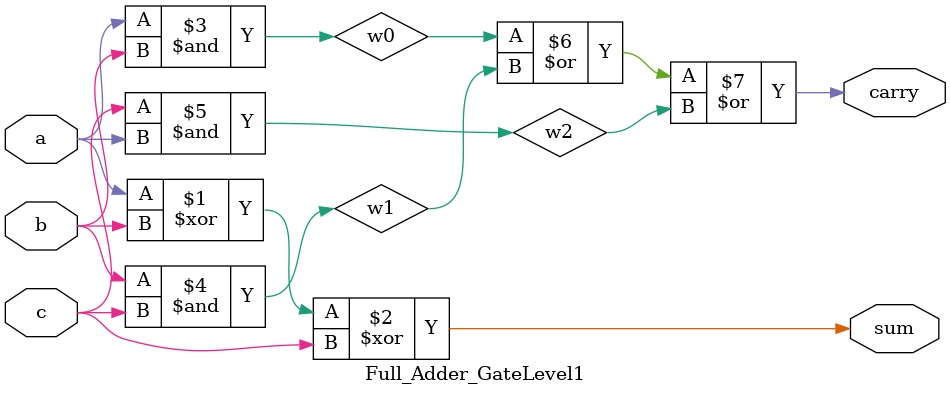
<source format=v>
module Full_Adder_GateLevel1(input a, b, c,
                            output sum, carry);

    wire w0, w1, w2;

    xor X0(sum, a, b, c);
    and A0(w0, a, b);
    and A1(w1, b, c);
    and A2(w2, c, a);
    or  O0(carry, w0, w1, w2);

endmodule

</source>
